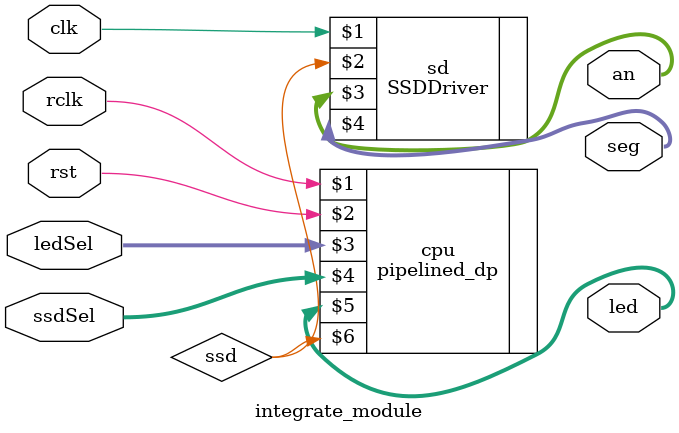
<source format=v>
`timescale 1ns / 1ps
/*******************************************************************
*
* Module: ContUnit.v
* Project: femtoRV32
* Author(s): Abdelhakim Badawy  - abdelhakimbadawy@aucegypt.edu
             Marwan Eid         - marwanadel99@aucegypt.edu
             Mohammed Abuelwafa - mohammedabuelwafa@aucegypt.edu
* Description: Top module
*
* Change history: 11/18/19 - Added to the project
*
**********************************************************************/


module integrate_module(
input clk, 
    input rclk, 
    input rst, 
    input [1:0] ledSel, 
    input [3:0] ssdSel,
    output [15:0] led, 
    output [3:0] an, 
    output [6:0] seg
    );

        
        
    pipelined_dp cpu(rclk,rst,ledSel,ssdSel,led,ssd);
       SSDDriver sd(clk,ssd,an,seg);
endmodule



</source>
